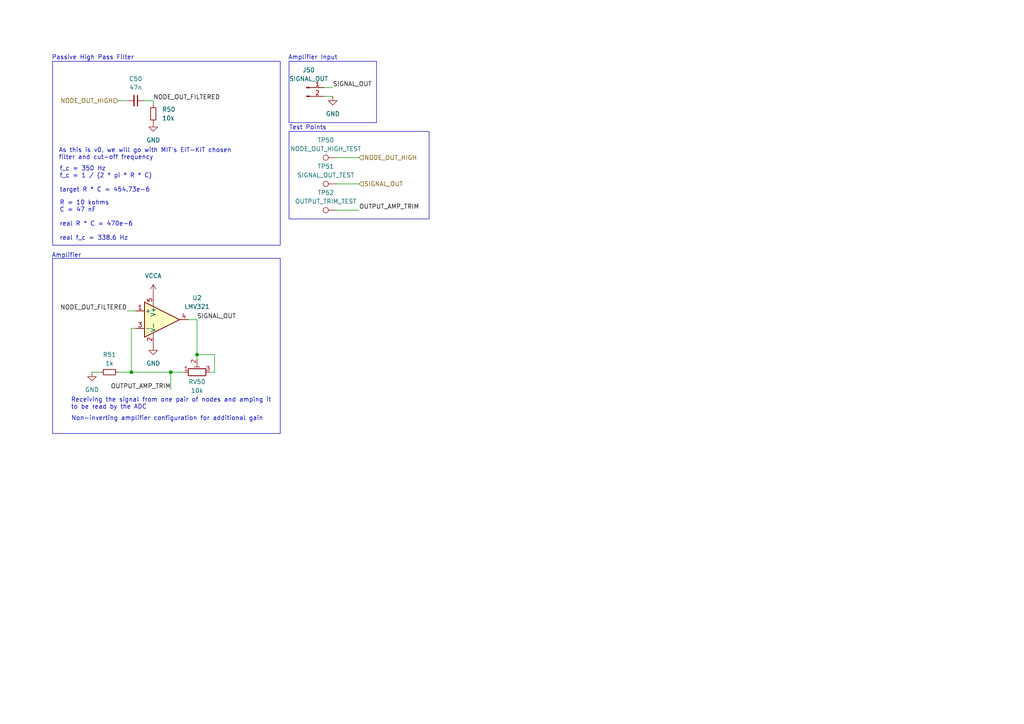
<source format=kicad_sch>
(kicad_sch (version 20231120) (generator "eeschema") (generator_version "8.0")
  (paper "A4")
  (lib_symbols
    (symbol "Amplifier_Operational:LMV321" (pin_names (offset 0.127))
      (property "Reference" "U" (at 0 5.08 0))
      (property "Value" "LMV321" (at 0 -5.08 0))
      (symbol "LMV321_0_1"
        (polyline (pts (xy -5.08 5.08) (xy 5.08 0) (xy -5.08 -5.08) (xy -5.08 5.08)) (stroke (width 0.254)) (fill (type background)))
        (pin power_in line (at -2.54 -7.62 90) (length 3.81) (name "V-") (number "2"))
        (pin power_in line (at -2.54 7.62 270) (length 3.81) (name "V+") (number "5"))
      )
      (symbol "LMV321_1_1"
        (pin input line (at -7.62 2.54 0) (length 2.54) (name "+") (number "1"))
        (pin input line (at -7.62 -2.54 0) (length 2.54) (name "-") (number "3"))
        (pin output line (at 7.62 0 180) (length 2.54) (name "~") (number "4"))
      )
    )
    (symbol "Connector:Conn_01x02_Pin" (pin_names (offset 1.016) hide)
      (property "Reference" "J" (at 0 2.54 0))
      (property "Value" "Conn_01x02_Pin" (at 0 -5.08 0))
      (symbol "Conn_01x02_Pin_1_1"
        (polyline (pts (xy 1.27 -2.54) (xy 0.8636 -2.54)) (stroke (width 0.1524)))
        (polyline (pts (xy 1.27 0) (xy 0.8636 0)) (stroke (width 0.1524)))
        (rectangle (start 0.8636 -2.413) (end 0 -2.667) (stroke (width 0.1524)) (fill (type outline)))
        (rectangle (start 0.8636 0.127) (end 0 -0.127) (stroke (width 0.1524)) (fill (type outline)))
        (pin passive line (at 5.08 0 180) (length 3.81) (name "Pin_1") (number "1"))
        (pin passive line (at 5.08 -2.54 180) (length 3.81) (name "Pin_2") (number "2"))
      )
    )
    (symbol "Connector:TestPoint" (pin_numbers hide) (pin_names (offset 0.762) hide)
      (property "Reference" "TP" (at 0 6.858 0))
      (property "Value" "TestPoint" (at 0 5.08 0))
      (symbol "TestPoint_0_1"
        (circle (center 0 3.302) (radius 0.762))
      )
      (symbol "TestPoint_1_1"
        (pin passive line (at 0 0 90) (length 2.54) (name "1") (number "1"))
      )
    )
    (symbol "Device:C_Small" (pin_numbers hide) (pin_names (offset 0.254) hide)
      (property "Reference" "C" (at 0.254 1.778 0))
      (property "Value" "C_Small" (at 0.254 -2.032 0))
      (symbol "C_Small_0_1"
        (polyline (pts (xy -1.524 -0.508) (xy 1.524 -0.508)) (stroke (width 0.3302)))
        (polyline (pts (xy -1.524 0.508) (xy 1.524 0.508)) (stroke (width 0.3048)))
      )
      (symbol "C_Small_1_1"
        (pin passive line (at 0 2.54 270) (length 2.032) (name "~") (number "1"))
        (pin passive line (at 0 -2.54 90) (length 2.032) (name "~") (number "2"))
      )
    )
    (symbol "Device:R_Potentiometer_Trim" (pin_names (offset 1.016) hide)
      (property "Reference" "RV" (at -4.445 0 90))
      (property "Value" "R_Potentiometer_Trim" (at -2.54 0 90))
      (symbol "R_Potentiometer_Trim_0_1"
        (polyline (pts (xy 1.524 0.762) (xy 1.524 -0.762)))
        (polyline (pts (xy 2.54 0) (xy 1.524 0)))
        (rectangle (start 1.016 2.54) (end -1.016 -2.54) (stroke (width 0.254)))
      )
      (symbol "R_Potentiometer_Trim_1_1"
        (pin passive line (at 0 3.81 270) (length 1.27) (name "1") (number "1"))
        (pin passive line (at 3.81 0 180) (length 1.27) (name "2") (number "2"))
        (pin passive line (at 0 -3.81 90) (length 1.27) (name "3") (number "3"))
      )
    )
    (symbol "Device:R_Small" (pin_numbers hide) (pin_names (offset 0.254) hide)
      (property "Reference" "R" (at 0.762 0.508 0))
      (property "Value" "R_Small" (at 0.762 -1.016 0))
      (symbol "R_Small_0_1"
        (rectangle (start -0.762 1.778) (end 0.762 -1.778) (stroke (width 0.2032)))
      )
      (symbol "R_Small_1_1"
        (pin passive line (at 0 2.54 270) (length 0.762) (name "~") (number "1"))
        (pin passive line (at 0 -2.54 90) (length 0.762) (name "~") (number "2"))
      )
    )
    (symbol "power:GND" (power) (pin_numbers hide) (pin_names (offset 0) hide)
      (property "Value" "GND" (at 0 -3.81 0))
      (symbol "GND_0_1"
        (polyline (pts (xy 0 0) (xy 0 -1.27) (xy 1.27 -1.27) (xy 0 -2.54) (xy -1.27 -1.27) (xy 0 -1.27)))
      )
      (symbol "GND_1_1"
        (pin power_in line (at 0 0 270) (length 0) (name "~") (number "1"))
      )
    )
    (symbol "power:VCC" (power) (pin_numbers hide) (pin_names (offset 0) hide)
      (property "Value" "VCC" (at 0 3.556 0))
      (symbol "VCC_0_1"
        (polyline (pts (xy -0.762 1.27) (xy 0 2.54)))
        (polyline (pts (xy 0 0) (xy 0 2.54)))
        (polyline (pts (xy 0 2.54) (xy 0.762 1.27)))
      )
      (symbol "VCC_1_1"
        (pin power_in line (at 0 0 90) (length 0) (name "~") (number "1"))
      )
    )
  )
  (junction (at 38.1 107.95))
  (junction (at 49.53 107.95))
  (junction (at 57.15 102.87))
  (wire (pts (xy 62.23 107.95) (xy 62.23 102.87)))
  (wire (pts (xy 49.53 107.95) (xy 49.53 113.03)))
  (wire (pts (xy 34.29 29.21) (xy 36.83 29.21)))
  (wire (pts (xy 54.61 92.71) (xy 57.15 92.71)))
  (wire (pts (xy 38.1 95.25) (xy 38.1 107.95)))
  (wire (pts (xy 104.14 45.72) (xy 97.79 45.72)))
  (wire (pts (xy 49.53 107.95) (xy 53.34 107.95)))
  (wire (pts (xy 96.52 25.4) (xy 93.98 25.4)))
  (wire (pts (xy 60.96 107.95) (xy 62.23 107.95)))
  (wire (pts (xy 93.98 27.94) (xy 96.52 27.94)))
  (wire (pts (xy 62.23 102.87) (xy 57.15 102.87)))
  (wire (pts (xy 44.45 29.21) (xy 41.91 29.21)))
  (wire (pts (xy 57.15 92.71) (xy 57.15 102.87)))
  (wire (pts (xy 57.15 102.87) (xy 57.15 104.14)))
  (wire (pts (xy 44.45 30.48) (xy 44.45 29.21)))
  (wire (pts (xy 36.83 90.17) (xy 39.37 90.17)))
  (wire (pts (xy 97.79 60.96) (xy 104.14 60.96)))
  (wire (pts (xy 104.14 53.34) (xy 97.79 53.34)))
  (wire (pts (xy 26.67 107.95) (xy 29.21 107.95)))
  (wire (pts (xy 34.29 107.95) (xy 38.1 107.95)))
  (wire (pts (xy 38.1 95.25) (xy 39.37 95.25)))
  (wire (pts (xy 38.1 107.95) (xy 49.53 107.95)))
  (rectangle (start 83.82 17.78) (end 109.22 35.56))
  (rectangle (start 15.24 74.93) (end 81.28 125.73))
  (rectangle (start 15.24 17.78) (end 81.28 71.12))
  (rectangle (start 83.82 38.1) (end 124.46 63.5))
  (text "As this is v0, we will go with MIT's EIT-KIT chosen \nfilter and cut-off frequency" (at 17.018 44.704 0) (effects (font (size 1.27 1.27)) (justify left)))
  (text "f_c = 350 Hz\nf_c = 1 / (2 * pi * R * C)\n\ntarget R * C = 454.73e-6" (at 17.272 52.07 0) (effects (font (size 1.27 1.27)) (justify left)))
  (text "Non-inverting amplifier configuration for additional gain" (at 48.514 121.412 0) (effects (font (size 1.27 1.27))))
  (text "Amplifier" (at 14.986 74.168 0) (effects (font (size 1.27 1.27)) (justify left)))
  (text "Passive High Pass Filter" (at 14.986 16.764 0) (effects (font (size 1.27 1.27)) (justify left)))
  (text "Receiving the signal from one pair of nodes and amping it\nto be read by the ADC" (at 20.574 117.094 0) (effects (font (size 1.27 1.27)) (justify left)))
  (text "Amplifier Input" (at 83.566 16.764 0) (effects (font (size 1.27 1.27)) (justify left)))
  (text "Test Points" (at 83.82 37.084 0) (effects (font (size 1.27 1.27)) (justify left)))
  (text "R = 10 kohms\nC = 47 nF\n\nreal R * C = 470e-6\n\nreal f_c = 338.6 Hz" (at 17.272 64.008 0) (effects (font (size 1.27 1.27)) (justify left)))
  (label "SIGNAL_OUT" (at 57.15 92.71 0))
  (label "OUTPUT_AMP_TRIM" (at 49.53 113.03 180))
  (label "NODE_OUT_FILTERED" (at 44.45 29.21 0))
  (label "NODE_OUT_FILTERED" (at 36.83 90.17 180))
  (label "SIGNAL_OUT" (at 96.52 25.4 0))
  (label "OUTPUT_AMP_TRIM" (at 104.14 60.96 0))
  (hierarchical_label "SIGNAL_OUT" (shape input) (at 104.14 53.34 0))
  (hierarchical_label "NODE_OUT_HIGH" (shape input) (at 104.14 45.72 0))
  (hierarchical_label "NODE_OUT_HIGH" (shape input) (at 34.29 29.21 180))
  (symbol (lib_id "Device:R_Potentiometer_Trim") (at 57.15 107.95 90) (unit 1)
    (property "Reference" "RV50" (at 57.15 110.744 90))
    (property "Value" "10k" (at 57.15 113.284 90))
    (property "Footprint" "Potentiometer_THT:Potentiometer_Bourns_3296W_Vertical" (effects (hide yes)))
    (property "Description" "Trim-potentiometer" (effects (hide yes)))
  )
  (symbol (lib_id "Connector:TestPoint") (at 97.79 45.72 90) (unit 1)
    (property "Reference" "TP50" (at 94.488 40.64 90))
    (property "Value" "NODE_OUT_HIGH_TEST" (at 94.488 43.18 90))
    (property "Footprint" "TestPoint:TestPoint_Loop_D1.80mm_Drill1.0mm_Beaded" (effects (hide yes)))
    (property "Description" "test point" (effects (hide yes)))
  )
  (symbol (lib_id "Device:R_Small") (at 31.75 107.95 90) (unit 1)
    (property "Reference" "R51" (at 31.75 102.87 90))
    (property "Value" "1k" (at 31.75 105.41 90))
    (property "Footprint" "Resistor_SMD:R_0402_1005Metric_Pad0.72x0.64mm_HandSolder" (effects (hide yes)))
    (property "Description" "Resistor, small symbol" (effects (hide yes)))
  )
  (symbol (lib_id "power:VCC") (at 44.45 85.09 0) (unit 1)
    (property "Reference" "#PWR04" (effects (hide yes)))
    (property "Value" "VCCA" (at 44.45 80.01 0))
    (property "Description" "Power symbol creates a global label with name \"VCC\"" (effects (hide yes)))
  )
  (symbol (lib_id "Device:R_Small") (at 44.45 33.02 180) (unit 1)
    (property "Reference" "R50" (at 46.99 31.7499 0) (effects (justify right)))
    (property "Value" "10k" (at 46.99 34.2899 0) (effects (justify right)))
    (property "Footprint" "Resistor_SMD:R_0402_1005Metric_Pad0.72x0.64mm_HandSolder" (effects (hide yes)))
    (property "Description" "Resistor, small symbol" (effects (hide yes)))
  )
  (symbol (lib_id "Connector:Conn_01x02_Pin") (at 88.9 25.4 0) (unit 1)
    (property "Reference" "J50" (at 89.535 20.32 0))
    (property "Value" "SIGNAL_OUT" (at 89.535 22.86 0))
    (property "Footprint" "Connector_PinHeader_2.54mm:PinHeader_1x02_P2.54mm_Vertical" (effects (hide yes)))
    (property "Description" "Generic connector, single row, 01x02, script generated" (effects (hide yes)))
  )
  (symbol (lib_id "Amplifier_Operational:LMV321") (at 46.99 92.71 0) (unit 1)
    (property "Reference" "U2" (at 57.15 86.3914 0))
    (property "Value" "LMV321" (at 57.15 88.9314 0))
    (property "Footprint" "Package_TO_SOT_SMD:SOT-23-5" (effects (hide yes)))
    (property "Datasheet" "http://www.ti.com/lit/ds/symlink/lmv324.pdf" (effects (hide yes)))
    (property "Description" "Low-Voltage Rail-to-Rail Output Operational Amplifiers, SOT-23-5/SC-70-5" (effects (hide yes)))
  )
  (symbol (lib_id "power:GND") (at 26.67 107.95 0) (unit 1)
    (property "Reference" "#PWR03" (effects (hide yes)))
    (property "Value" "GND" (at 26.67 113.03 0))
    (property "Description" "Power symbol creates a global label with name \"GND\" , ground" (effects (hide yes)))
  )
  (symbol (lib_id "power:GND") (at 96.52 27.94 0) (unit 1)
    (property "Reference" "#PWR012" (effects (hide yes)))
    (property "Value" "GND" (at 96.52 33.02 0))
    (property "Description" "Power symbol creates a global label with name \"GND\" , ground" (effects (hide yes)))
  )
  (symbol (lib_id "power:GND") (at 44.45 35.56 0) (unit 1)
    (property "Reference" "#PWR029" (effects (hide yes)))
    (property "Value" "GND" (at 44.45 40.64 0))
    (property "Description" "Power symbol creates a global label with name \"GND\" , ground" (effects (hide yes)))
  )
  (symbol (lib_id "Connector:TestPoint") (at 97.79 60.96 90) (unit 1)
    (property "Reference" "TP52" (at 94.488 55.88 90))
    (property "Value" "OUTPUT_TRIM_TEST" (at 94.488 58.42 90))
    (property "Footprint" "TestPoint:TestPoint_Pad_1.0x1.0mm" (effects (hide yes)))
    (property "Description" "test point" (effects (hide yes)))
  )
  (symbol (lib_id "Device:C_Small") (at 39.37 29.21 270) (unit 1)
    (property "Reference" "C50" (at 39.3636 22.86 90))
    (property "Value" "47n" (at 39.3636 25.4 90))
    (property "Footprint" "Capacitor_SMD:C_0402_1005Metric_Pad0.74x0.62mm_HandSolder" (effects (hide yes)))
    (property "Description" "Unpolarized capacitor, small symbol" (effects (hide yes)))
  )
  (symbol (lib_id "power:GND") (at 44.45 100.33 0) (unit 1)
    (property "Reference" "#PWR025" (effects (hide yes)))
    (property "Value" "GND" (at 44.45 105.41 0))
    (property "Description" "Power symbol creates a global label with name \"GND\" , ground" (effects (hide yes)))
  )
  (symbol (lib_id "Connector:TestPoint") (at 97.79 53.34 90) (unit 1)
    (property "Reference" "TP51" (at 94.488 48.26 90))
    (property "Value" "SIGNAL_OUT_TEST" (at 94.488 50.8 90))
    (property "Footprint" "TestPoint:TestPoint_Loop_D1.80mm_Drill1.0mm_Beaded" (effects (hide yes)))
    (property "Description" "test point" (effects (hide yes)))
  )
)
</source>
